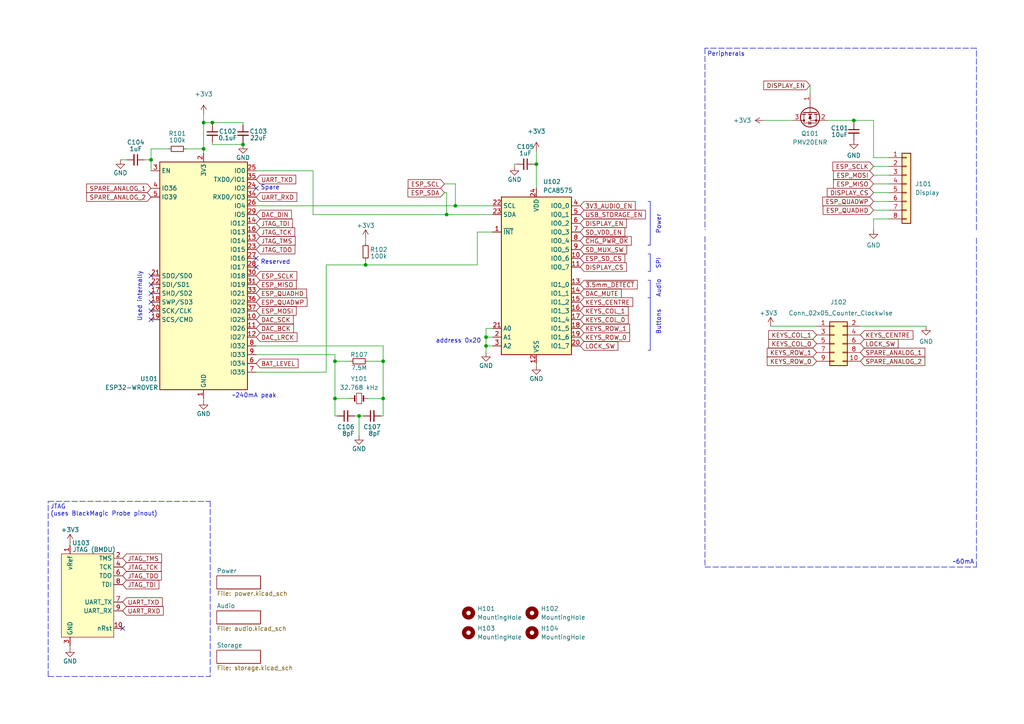
<source format=kicad_sch>
(kicad_sch (version 20211123) (generator eeschema)
  (paper "A4")
  (title_block (date "2022-09-04") (rev "1"))
  (lib_symbols
    (symbol "Connector_Generic:Conn_01x08" (pin_names (offset 1.016) hide)
      (property "Reference" "J" (at 0 10.16 0))
      (property "Value" "Conn_01x08" (at 0 -12.7 0))
      (symbol "Conn_01x08_1_1"
        (rectangle (start -1.27 -10.033) (end 0 -10.287) (stroke (width 0.1524)))
        (rectangle (start -1.27 -7.493) (end 0 -7.747) (stroke (width 0.1524)))
        (rectangle (start -1.27 -4.953) (end 0 -5.207) (stroke (width 0.1524)))
        (rectangle (start -1.27 -2.413) (end 0 -2.667) (stroke (width 0.1524)))
        (rectangle (start -1.27 0.127) (end 0 -0.127) (stroke (width 0.1524)))
        (rectangle (start -1.27 2.667) (end 0 2.413) (stroke (width 0.1524)))
        (rectangle (start -1.27 5.207) (end 0 4.953) (stroke (width 0.1524)))
        (rectangle (start -1.27 7.747) (end 0 7.493) (stroke (width 0.1524)))
        (rectangle (start -1.27 8.89) (end 1.27 -11.43) (stroke (width 0.254)) (fill (type background)))
        (pin passive line (at -5.08 7.62 0) (length 3.81) (name "Pin_1") (number "1"))
        (pin passive line (at -5.08 5.08 0) (length 3.81) (name "Pin_2") (number "2"))
        (pin passive line (at -5.08 2.54 0) (length 3.81) (name "Pin_3") (number "3"))
        (pin passive line (at -5.08 0 0) (length 3.81) (name "Pin_4") (number "4"))
        (pin passive line (at -5.08 -2.54 0) (length 3.81) (name "Pin_5") (number "5"))
        (pin passive line (at -5.08 -5.08 0) (length 3.81) (name "Pin_6") (number "6"))
        (pin passive line (at -5.08 -7.62 0) (length 3.81) (name "Pin_7") (number "7"))
        (pin passive line (at -5.08 -10.16 0) (length 3.81) (name "Pin_8") (number "8"))
      )
    )
    (symbol "Connector_Generic:Conn_02x05_Odd_Even" (pin_names (offset 1.016) hide)
      (property "Reference" "J" (at 1.27 7.62 0))
      (property "Value" "Conn_02x05_Odd_Even" (at 1.27 -7.62 0))
      (symbol "Conn_02x05_Odd_Even_1_1"
        (rectangle (start -1.27 -4.953) (end 0 -5.207) (stroke (width 0.1524)))
        (rectangle (start -1.27 -2.413) (end 0 -2.667) (stroke (width 0.1524)))
        (rectangle (start -1.27 0.127) (end 0 -0.127) (stroke (width 0.1524)))
        (rectangle (start -1.27 2.667) (end 0 2.413) (stroke (width 0.1524)))
        (rectangle (start -1.27 5.207) (end 0 4.953) (stroke (width 0.1524)))
        (rectangle (start -1.27 6.35) (end 3.81 -6.35) (stroke (width 0.254)) (fill (type background)))
        (rectangle (start 3.81 -4.953) (end 2.54 -5.207) (stroke (width 0.1524)))
        (rectangle (start 3.81 -2.413) (end 2.54 -2.667) (stroke (width 0.1524)))
        (rectangle (start 3.81 0.127) (end 2.54 -0.127) (stroke (width 0.1524)))
        (rectangle (start 3.81 2.667) (end 2.54 2.413) (stroke (width 0.1524)))
        (rectangle (start 3.81 5.207) (end 2.54 4.953) (stroke (width 0.1524)))
        (pin passive line (at -5.08 5.08 0) (length 3.81) (name "Pin_1") (number "1"))
        (pin passive line (at 7.62 -5.08 180) (length 3.81) (name "Pin_10") (number "10"))
        (pin passive line (at 7.62 5.08 180) (length 3.81) (name "Pin_2") (number "2"))
        (pin passive line (at -5.08 2.54 0) (length 3.81) (name "Pin_3") (number "3"))
        (pin passive line (at 7.62 2.54 180) (length 3.81) (name "Pin_4") (number "4"))
        (pin passive line (at -5.08 0 0) (length 3.81) (name "Pin_5") (number "5"))
        (pin passive line (at 7.62 0 180) (length 3.81) (name "Pin_6") (number "6"))
        (pin passive line (at -5.08 -2.54 0) (length 3.81) (name "Pin_7") (number "7"))
        (pin passive line (at 7.62 -2.54 180) (length 3.81) (name "Pin_8") (number "8"))
        (pin passive line (at -5.08 -5.08 0) (length 3.81) (name "Pin_9") (number "9"))
      )
    )
    (symbol "Device:C_Small" (pin_numbers hide) (pin_names (offset 0.254) hide)
      (property "Reference" "C" (at 0.254 1.778 0))
      (property "Value" "C_Small" (at 0.254 -2.032 0))
      (symbol "C_Small_0_1"
        (polyline (pts (xy -1.524 -0.508) (xy 1.524 -0.508)) (stroke (width 0.3302)))
        (polyline (pts (xy -1.524 0.508) (xy 1.524 0.508)) (stroke (width 0.3048)))
      )
      (symbol "C_Small_1_1"
        (pin passive line (at 0 2.54 270) (length 2.032) (name "~") (number "1"))
        (pin passive line (at 0 -2.54 90) (length 2.032) (name "~") (number "2"))
      )
    )
    (symbol "Device:Crystal_Small" (pin_numbers hide) (pin_names (offset 1.016) hide)
      (property "Reference" "Y" (at 0 2.54 0))
      (property "Value" "Crystal_Small" (at 0 -2.54 0))
      (symbol "Crystal_Small_0_1"
        (rectangle (start -0.762 -1.524) (end 0.762 1.524))
        (polyline (pts (xy -1.27 -0.762) (xy -1.27 0.762)) (stroke (width 0.381)))
        (polyline (pts (xy 1.27 -0.762) (xy 1.27 0.762)) (stroke (width 0.381)))
      )
      (symbol "Crystal_Small_1_1"
        (pin passive line (at -2.54 0 0) (length 1.27) (name "1") (number "1"))
        (pin passive line (at 2.54 0 180) (length 1.27) (name "2") (number "2"))
      )
    )
    (symbol "Device:R_Small" (pin_numbers hide) (pin_names (offset 0.254) hide)
      (property "Reference" "R" (at 0.762 0.508 0))
      (property "Value" "R_Small" (at 0.762 -1.016 0))
      (symbol "R_Small_0_1"
        (rectangle (start -0.762 1.778) (end 0.762 -1.778) (stroke (width 0.2032)))
      )
      (symbol "R_Small_1_1"
        (pin passive line (at 0 2.54 270) (length 0.762) (name "~") (number "1"))
        (pin passive line (at 0 -2.54 90) (length 0.762) (name "~") (number "2"))
      )
    )
    (symbol "Interface_Expansion:PCA9555D"
      (property "Reference" "U" (at -8.89 24.13 0))
      (property "Value" "PCA9555D" (at 6.35 24.13 0))
      (symbol "PCA9555D_0_1"
        (rectangle (start -10.16 22.86) (end 10.16 -22.86) (stroke (width 0.254)) (fill (type background)))
      )
      (symbol "PCA9555D_1_1"
        (pin open_collector line (at -12.7 12.7 0) (length 2.54) (name "~{INT}") (number "1"))
        (pin bidirectional line (at 12.7 5.08 180) (length 2.54) (name "IO0_6") (number "10"))
        (pin bidirectional line (at 12.7 2.54 180) (length 2.54) (name "IO0_7") (number "11"))
        (pin power_in line (at 0 -25.4 90) (length 2.54) (name "VSS") (number "12"))
        (pin bidirectional line (at 12.7 -2.54 180) (length 2.54) (name "IO1_0") (number "13"))
        (pin bidirectional line (at 12.7 -5.08 180) (length 2.54) (name "IO1_1") (number "14"))
        (pin bidirectional line (at 12.7 -7.62 180) (length 2.54) (name "IO1_2") (number "15"))
        (pin bidirectional line (at 12.7 -10.16 180) (length 2.54) (name "IO1_3") (number "16"))
        (pin bidirectional line (at 12.7 -12.7 180) (length 2.54) (name "IO1_4") (number "17"))
        (pin bidirectional line (at 12.7 -15.24 180) (length 2.54) (name "IO1_5") (number "18"))
        (pin bidirectional line (at 12.7 -17.78 180) (length 2.54) (name "IO1_6") (number "19"))
        (pin input line (at -12.7 -17.78 0) (length 2.54) (name "A1") (number "2"))
        (pin bidirectional line (at 12.7 -20.32 180) (length 2.54) (name "IO1_7") (number "20"))
        (pin input line (at -12.7 -15.24 0) (length 2.54) (name "A0") (number "21"))
        (pin input line (at -12.7 20.32 0) (length 2.54) (name "SCL") (number "22"))
        (pin bidirectional line (at -12.7 17.78 0) (length 2.54) (name "SDA") (number "23"))
        (pin power_in line (at 0 25.4 270) (length 2.54) (name "VDD") (number "24"))
        (pin input line (at -12.7 -20.32 0) (length 2.54) (name "A2") (number "3"))
        (pin bidirectional line (at 12.7 20.32 180) (length 2.54) (name "IO0_0") (number "4"))
        (pin bidirectional line (at 12.7 17.78 180) (length 2.54) (name "IO0_1") (number "5"))
        (pin bidirectional line (at 12.7 15.24 180) (length 2.54) (name "IO0_2") (number "6"))
        (pin bidirectional line (at 12.7 12.7 180) (length 2.54) (name "IO0_3") (number "7"))
        (pin bidirectional line (at 12.7 10.16 180) (length 2.54) (name "IO0_4") (number "8"))
        (pin bidirectional line (at 12.7 7.62 180) (length 2.54) (name "IO0_5") (number "9"))
      )
    )
    (symbol "Mechanical:MountingHole" (pin_names (offset 1.016))
      (property "Reference" "H" (at 0 5.08 0))
      (property "Value" "MountingHole" (at 0 3.175 0))
      (symbol "MountingHole_0_1"
        (circle (center 0 0) (radius 1.27) (stroke (width 1.27)))
      )
    )
    (symbol "RF_Module:ESP32-WROOM-32U"
      (property "Reference" "U101" (at -18.415 -29.845 0))
      (property "Value" "ESP32-WROOM-32UE" (at -34.29 -32.385 0))
      (symbol "ESP32-WROOM-32U_0_1"
        (rectangle (start -12.7 33.02) (end 12.7 -33.02) (stroke (width 0.254)) (fill (type background)))
      )
      (symbol "ESP32-WROOM-32U_1_1"
        (pin power_in line (at 0 -35.56 90) (length 2.54) (name "GND") (number "1"))
        (pin bidirectional line (at 15.24 -12.7 180) (length 2.54) (name "IO25") (number "10"))
        (pin bidirectional line (at 15.24 -15.24 180) (length 2.54) (name "IO26") (number "11"))
        (pin bidirectional line (at 15.24 -17.78 180) (length 2.54) (name "IO27") (number "12"))
        (pin bidirectional line (at 15.24 10.16 180) (length 2.54) (name "IO14") (number "13"))
        (pin bidirectional line (at 15.24 15.24 180) (length 2.54) (name "IO12") (number "14"))
        (pin passive line (at 0 -35.56 90) (length 2.54) hide (name "GND") (number "15"))
        (pin bidirectional line (at 15.24 12.7 180) (length 2.54) (name "IO13") (number "16"))
        (pin bidirectional line (at -15.24 -5.08 0) (length 2.54) (name "SHD/SD2") (number "17"))
        (pin bidirectional line (at -15.24 -7.62 0) (length 2.54) (name "SWP/SD3") (number "18"))
        (pin bidirectional line (at -15.24 -12.7 0) (length 2.54) (name "SCS/CMD") (number "19"))
        (pin power_in line (at 0 35.56 270) (length 2.54) (name "3V3") (number "2"))
        (pin bidirectional line (at -15.24 -10.16 0) (length 2.54) (name "SCK/CLK") (number "20"))
        (pin bidirectional line (at -15.24 0 0) (length 2.54) (name "SDO/SD0") (number "21"))
        (pin bidirectional line (at -15.24 -2.54 0) (length 2.54) (name "SDI/SD1") (number "22"))
        (pin bidirectional line (at 15.24 7.62 180) (length 2.54) (name "IO15") (number "23"))
        (pin bidirectional line (at 15.24 25.4 180) (length 2.54) (name "IO2") (number "24"))
        (pin bidirectional line (at 15.24 30.48 180) (length 2.54) (name "IO0") (number "25"))
        (pin bidirectional line (at 15.24 20.32 180) (length 2.54) (name "IO4") (number "26"))
        (pin bidirectional line (at 15.24 5.08 180) (length 2.54) (name "IO16") (number "27"))
        (pin bidirectional line (at 15.24 2.54 180) (length 2.54) (name "IO17") (number "28"))
        (pin bidirectional line (at 15.24 17.78 180) (length 2.54) (name "IO5") (number "29"))
        (pin input line (at -15.24 30.48 0) (length 2.54) (name "EN") (number "3"))
        (pin bidirectional line (at 15.24 0 180) (length 2.54) (name "IO18") (number "30"))
        (pin bidirectional line (at 15.24 -2.54 180) (length 2.54) (name "IO19") (number "31"))
        (pin no_connect line (at -12.7 -27.94 0) (length 2.54) hide (name "NC") (number "32"))
        (pin bidirectional line (at 15.24 -5.08 180) (length 2.54) (name "IO21") (number "33"))
        (pin bidirectional line (at 15.24 22.86 180) (length 2.54) (name "RXD0/IO3") (number "34"))
        (pin bidirectional line (at 15.24 27.94 180) (length 2.54) (name "TXD0/IO1") (number "35"))
        (pin bidirectional line (at 15.24 -7.62 180) (length 2.54) (name "IO22") (number "36"))
        (pin bidirectional line (at 15.24 -10.16 180) (length 2.54) (name "IO23") (number "37"))
        (pin passive line (at 0 -35.56 90) (length 2.54) hide (name "GND") (number "38"))
        (pin passive line (at 0 -35.56 90) (length 2.54) hide (name "GND") (number "39"))
        (pin input line (at -15.24 25.4 0) (length 2.54) (name "IO36") (number "4"))
        (pin input line (at -15.24 22.86 0) (length 2.54) (name "IO39") (number "5"))
        (pin input line (at 15.24 -25.4 180) (length 2.54) (name "IO34") (number "6"))
        (pin input line (at 15.24 -27.94 180) (length 2.54) (name "IO35") (number "7"))
        (pin bidirectional line (at 15.24 -20.32 180) (length 2.54) (name "IO32") (number "8"))
        (pin bidirectional line (at 15.24 -22.86 180) (length 2.54) (name "IO33") (number "9"))
      )
    )
    (symbol "Transistor_FET:2N7002" (pin_names hide)
      (property "Reference" "Q" (at 5.08 1.905 0))
      (property "Value" "2N7002" (at 5.08 0 0))
      (symbol "2N7002_0_1"
        (polyline (pts (xy 0.254 0) (xy -2.54 0)))
        (polyline (pts (xy 0.254 1.905) (xy 0.254 -1.905)) (stroke (width 0.254)))
        (polyline (pts (xy 0.762 -1.27) (xy 0.762 -2.286)) (stroke (width 0.254)))
        (polyline (pts (xy 0.762 0.508) (xy 0.762 -0.508)) (stroke (width 0.254)))
        (polyline (pts (xy 0.762 2.286) (xy 0.762 1.27)) (stroke (width 0.254)))
        (polyline (pts (xy 2.54 2.54) (xy 2.54 1.778)))
        (polyline (pts (xy 2.54 -2.54) (xy 2.54 0) (xy 0.762 0)))
        (polyline (pts (xy 0.762 -1.778) (xy 3.302 -1.778) (xy 3.302 1.778) (xy 0.762 1.778)))
        (polyline (pts (xy 1.016 0) (xy 2.032 0.381) (xy 2.032 -0.381) (xy 1.016 0)) (fill (type outline)))
        (polyline (pts (xy 2.794 0.508) (xy 2.921 0.381) (xy 3.683 0.381) (xy 3.81 0.254)))
        (polyline (pts (xy 3.302 0.381) (xy 2.921 -0.254) (xy 3.683 -0.254) (xy 3.302 0.381)))
        (circle (center 1.651 0) (radius 2.794) (stroke (width 0.254)))
        (circle (center 2.54 -1.778) (radius 0.254) (fill (type outline)))
        (circle (center 2.54 1.778) (radius 0.254) (fill (type outline)))
      )
      (symbol "2N7002_1_1"
        (pin input line (at -5.08 0 0) (length 2.54) (name "G") (number "1"))
        (pin passive line (at 2.54 -5.08 90) (length 2.54) (name "S") (number "2"))
        (pin passive line (at 2.54 5.08 270) (length 2.54) (name "D") (number "3"))
      )
    )
    (symbol "power:+3V3" (power) (pin_names (offset 0))
      (property "Value" "+3V3" (at 0 3.556 0))
      (symbol "+3V3_0_1"
        (polyline (pts (xy -0.762 1.27) (xy 0 2.54)))
        (polyline (pts (xy 0 0) (xy 0 2.54)))
        (polyline (pts (xy 0 2.54) (xy 0.762 1.27)))
      )
      (symbol "+3V3_1_1"
        (pin power_in line (at 0 0 90) (length 0) hide (name "+3V3") (number "1"))
      )
    )
    (symbol "power:GND" (power) (pin_names (offset 0))
      (property "Value" "GND" (at 0 -3.81 0))
      (symbol "GND_0_1"
        (polyline (pts (xy 0 0) (xy 0 -1.27) (xy 1.27 -1.27) (xy 0 -2.54) (xy -1.27 -1.27) (xy 0 -1.27)))
      )
      (symbol "GND_1_1"
        (pin power_in line (at 0 0 270) (length 0) hide (name "GND") (number "1"))
      )
    )
    (symbol "symbols:BMDU"
      (property "Reference" "U" (at -5.08 6.35 0))
      (property "Value" "BMDU" (at -5.08 6.35 0))
      (symbol "BMDU_0_0"
        (pin unspecified line (at -5.08 20.32 270) (length 2.54) (name "vRef") (number "1"))
        (pin unspecified line (at 10.16 -3.81 180) (length 2.54) (name "nRst") (number "10"))
        (pin unspecified line (at 10.16 16.51 180) (length 2.54) (name "TMS") (number "2"))
        (pin unspecified line (at -5.08 -8.89 90) (length 2.54) (name "GND") (number "3"))
        (pin unspecified line (at 10.16 13.97 180) (length 2.54) (name "TCK") (number "4"))
        (pin unspecified line (at -5.08 -8.89 90) (length 2.54) hide (name "GND") (number "5"))
        (pin unspecified line (at 10.16 11.43 180) (length 2.54) (name "TDO") (number "6"))
        (pin unspecified line (at 10.16 3.81 180) (length 2.54) (name "UART_TX") (number "7"))
        (pin unspecified line (at 10.16 8.89 180) (length 2.54) (name "TDI") (number "8"))
        (pin unspecified line (at 10.16 1.27 180) (length 2.54) (name "UART_RX") (number "9"))
      )
      (symbol "BMDU_0_1"
        (rectangle (start -7.62 17.78) (end 7.62 -6.35) (fill (type background)))
      )
    )
  )
  (junction (at 97.155 104.775))
  (junction (at 106.045 76.835))
  (junction (at 132.08 59.69))
  (junction (at 140.97 100.33))
  (junction (at 104.14 120.65))
  (junction (at 70.485 41.91))
  (junction (at 129.54 62.23))
  (junction (at 43.815 46.355))
  (junction (at 140.97 97.79))
  (junction (at 61.595 35.56))
  (junction (at 111.125 104.775))
  (junction (at 59.055 35.56))
  (junction (at 111.125 115.57))
  (junction (at 97.155 115.57))
  (junction (at 155.575 47.625))
  (junction (at 59.055 43.18))
  (junction (at 247.65 34.925))
  (no_connect (at 43.815 80.01))
  (no_connect (at 43.815 82.55))
  (no_connect (at 43.815 85.09))
  (no_connect (at 43.815 87.63))
  (no_connect (at 43.815 90.17))
  (no_connect (at 43.815 92.71))
  (no_connect (at 74.295 54.61))
  (no_connect (at 74.295 74.93))
  (no_connect (at 74.295 77.47))
  (no_connect (at 35.56 182.245))
  (wire (pts (xy 142.875 97.79) (xy 140.97 97.79)))
  (wire (pts (xy 97.155 115.57) (xy 101.6 115.57)))
  (wire (pts (xy 149.86 47.625) (xy 149.225 47.625)))
  (wire (pts (xy 111.125 104.775) (xy 111.125 115.57)))
  (wire (pts (xy 138.43 76.835) (xy 106.045 76.835)))
  (wire (pts (xy 249.555 94.615) (xy 268.605 94.615)))
  (wire (pts (xy 140.97 95.25) (xy 140.97 97.79)))
  (wire (pts (xy 253.365 48.26) (xy 257.81 48.26)))
  (polyline (pts (xy 187.96 71.12) (xy 188.595 71.12)) (stroke (width 0) (type solid)))
  (wire (pts (xy 97.155 115.57) (xy 97.155 120.65)))
  (polyline (pts (xy 204.47 68.58) (xy 204.47 164.465)))
  (polyline (pts (xy 187.96 81.28) (xy 188.595 81.28)) (stroke (width 0) (type solid)))
  (wire (pts (xy 253.365 63.5) (xy 253.365 66.675)))
  (polyline (pts (xy 283.21 66.675) (xy 283.21 13.97)))
  (wire (pts (xy 74.295 100.33) (xy 111.125 100.33)))
  (wire (pts (xy 61.595 41.275) (xy 61.595 41.91)))
  (polyline (pts (xy 188.595 73.66) (xy 188.595 78.74)) (stroke (width 0) (type solid)))
  (wire (pts (xy 74.295 102.87) (xy 97.155 102.87)))
  (wire (pts (xy 59.055 35.56) (xy 59.055 43.18)))
  (wire (pts (xy 53.975 43.18) (xy 59.055 43.18)))
  (wire (pts (xy 128.905 53.34) (xy 132.08 53.34)))
  (polyline (pts (xy 188.595 58.42) (xy 188.595 71.12)) (stroke (width 0) (type solid)))
  (wire (pts (xy 253.365 58.42) (xy 257.81 58.42)))
  (wire (pts (xy 253.365 34.925) (xy 253.365 45.72)))
  (wire (pts (xy 104.14 120.65) (xy 104.14 126.365)))
  (wire (pts (xy 41.91 46.355) (xy 43.815 46.355)))
  (wire (pts (xy 59.055 116.205) (xy 59.055 115.57)))
  (polyline (pts (xy 204.47 164.465) (xy 283.21 164.465)))
  (wire (pts (xy 43.815 43.18) (xy 43.815 46.355)))
  (wire (pts (xy 61.595 35.56) (xy 70.485 35.56)))
  (wire (pts (xy 234.95 24.765) (xy 234.95 27.305)))
  (wire (pts (xy 20.32 157.48) (xy 20.32 158.115)))
  (wire (pts (xy 155.575 106.045) (xy 155.575 105.41)))
  (polyline (pts (xy 283.21 164.465) (xy 283.21 68.58)))
  (polyline (pts (xy 13.97 196.215) (xy 13.97 145.415)))
  (wire (pts (xy 111.125 100.33) (xy 111.125 104.775)))
  (wire (pts (xy 155.575 43.815) (xy 155.575 47.625)))
  (wire (pts (xy 70.485 36.195) (xy 70.485 35.56)))
  (wire (pts (xy 102.87 120.65) (xy 104.14 120.65)))
  (wire (pts (xy 138.43 67.31) (xy 142.875 67.31)))
  (wire (pts (xy 97.155 104.775) (xy 101.6 104.775)))
  (wire (pts (xy 97.155 104.775) (xy 97.155 115.57)))
  (wire (pts (xy 132.08 59.69) (xy 142.875 59.69)))
  (wire (pts (xy 111.125 115.57) (xy 111.125 120.65)))
  (wire (pts (xy 90.805 49.53) (xy 90.805 62.23)))
  (polyline (pts (xy 283.21 13.97) (xy 204.47 13.97)))
  (wire (pts (xy 138.43 67.31) (xy 138.43 76.835)))
  (wire (pts (xy 257.81 63.5) (xy 253.365 63.5)))
  (wire (pts (xy 34.925 46.355) (xy 36.83 46.355)))
  (wire (pts (xy 74.295 59.69) (xy 132.08 59.69)))
  (polyline (pts (xy 187.96 86.36) (xy 188.595 86.36)) (stroke (width 0) (type solid)))
  (polyline (pts (xy 188.595 86.36) (xy 188.595 101.6)) (stroke (width 0) (type solid)))
  (wire (pts (xy 59.055 33.02) (xy 59.055 35.56)))
  (wire (pts (xy 97.155 102.87) (xy 97.155 104.775)))
  (wire (pts (xy 59.055 35.56) (xy 61.595 35.56)))
  (wire (pts (xy 61.595 41.91) (xy 70.485 41.91)))
  (wire (pts (xy 221.615 34.925) (xy 229.87 34.925)))
  (polyline (pts (xy 187.96 86.36) (xy 188.595 86.36)) (stroke (width 0) (type solid)))
  (wire (pts (xy 140.97 97.79) (xy 140.97 100.33)))
  (wire (pts (xy 253.365 60.96) (xy 257.81 60.96)))
  (wire (pts (xy 59.055 43.18) (xy 59.055 44.45)))
  (wire (pts (xy 129.54 55.88) (xy 129.54 62.23)))
  (polyline (pts (xy 187.96 101.6) (xy 188.595 101.6)) (stroke (width 0) (type solid)))
  (wire (pts (xy 223.52 94.615) (xy 236.855 94.615)))
  (wire (pts (xy 74.295 107.95) (xy 94.615 107.95)))
  (polyline (pts (xy 187.96 73.66) (xy 188.595 73.66)))
  (wire (pts (xy 253.365 53.34) (xy 257.81 53.34)))
  (polyline (pts (xy 187.96 71.12) (xy 188.595 71.12)) (stroke (width 0) (type solid)))
  (wire (pts (xy 253.365 50.8) (xy 257.81 50.8)))
  (wire (pts (xy 43.815 46.355) (xy 43.815 49.53)))
  (wire (pts (xy 106.045 70.485) (xy 106.045 69.215)))
  (wire (pts (xy 48.895 43.18) (xy 43.815 43.18)))
  (polyline (pts (xy 204.47 13.97) (xy 204.47 66.675)))
  (wire (pts (xy 253.365 55.88) (xy 257.81 55.88)))
  (wire (pts (xy 247.65 35.56) (xy 247.65 34.925)))
  (wire (pts (xy 149.225 47.625) (xy 149.225 48.26)))
  (wire (pts (xy 106.68 104.775) (xy 111.125 104.775)))
  (polyline (pts (xy 13.97 145.415) (xy 60.96 145.415)))
  (wire (pts (xy 154.94 47.625) (xy 155.575 47.625)))
  (wire (pts (xy 142.875 100.33) (xy 140.97 100.33)))
  (wire (pts (xy 155.575 47.625) (xy 155.575 54.61)))
  (wire (pts (xy 110.49 120.65) (xy 111.125 120.65)))
  (wire (pts (xy 104.14 120.65) (xy 105.41 120.65)))
  (wire (pts (xy 132.08 53.34) (xy 132.08 59.69)))
  (wire (pts (xy 129.54 62.23) (xy 142.875 62.23)))
  (wire (pts (xy 247.65 34.925) (xy 253.365 34.925)))
  (polyline (pts (xy 187.96 78.74) (xy 188.595 78.74)))
  (wire (pts (xy 240.03 34.925) (xy 247.65 34.925)))
  (wire (pts (xy 253.365 45.72) (xy 257.81 45.72)))
  (polyline (pts (xy 187.96 86.36) (xy 188.595 86.36)))
  (wire (pts (xy 61.595 35.56) (xy 61.595 36.195)))
  (wire (pts (xy 128.905 55.88) (xy 129.54 55.88)))
  (wire (pts (xy 70.485 41.91) (xy 70.485 41.275)))
  (wire (pts (xy 94.615 76.835) (xy 94.615 107.95)))
  (wire (pts (xy 140.97 100.33) (xy 140.97 102.235)))
  (wire (pts (xy 97.79 120.65) (xy 97.155 120.65)))
  (polyline (pts (xy 13.97 196.215) (xy 60.96 196.215)))
  (wire (pts (xy 90.805 62.23) (xy 129.54 62.23)))
  (wire (pts (xy 20.32 187.325) (xy 20.32 187.96)))
  (wire (pts (xy 106.045 75.565) (xy 106.045 76.835)))
  (polyline (pts (xy 188.595 81.28) (xy 188.595 86.36)) (stroke (width 0) (type solid)))
  (polyline (pts (xy 60.96 145.415) (xy 60.96 196.215)))
  (wire (pts (xy 106.045 76.835) (xy 94.615 76.835)))
  (wire (pts (xy 74.295 49.53) (xy 90.805 49.53)))
  (wire (pts (xy 106.68 115.57) (xy 111.125 115.57)))
  (polyline (pts (xy 187.96 58.42) (xy 188.595 58.42)) (stroke (width 0) (type solid)))
  (wire (pts (xy 142.875 95.25) (xy 140.97 95.25)))
  (text "Spare" (at 75.565 55.245 0) (effects (font (size 1.27 1.27)) (justify left bottom)))
  (text "Audio" (at 191.77 86.36 90) (effects (font (size 1.27 1.27)) (justify left bottom)))
  (text "Buttons" (at 191.77 97.155 90) (effects (font (size 1.27 1.27)) (justify left bottom)))
  (text "~240mA peak" (at 67.31 115.57 0) (effects (font (size 1.27 1.27)) (justify left bottom)))
  (text "Power" (at 191.77 67.945 90) (effects (font (size 1.27 1.27)) (justify left bottom)))
  (text "Used internally" (at 41.275 93.345 90) (effects (font (size 1.27 1.27)) (justify left bottom)))
  (text "address 0x20" (at 126.365 99.695 0) (effects (font (size 1.27 1.27)) (justify left bottom)))
  (text "JTAG\n(uses BlackMagic Probe pinout)" (at 14.605 149.86 0) (effects (font (size 1.27 1.27)) (justify left bottom)))
  (text "~60mA" (at 282.575 163.83 180) (effects (font (size 1.27 1.27)) (justify right bottom)))
  (text "SPI" (at 191.77 78.105 90) (effects (font (size 1.27 1.27)) (justify left bottom)))
  (text "Peripherals" (at 205.105 16.51 0) (effects (font (size 1.27 1.27)) (justify left bottom)))
  (text "Reserved" (at 75.565 76.835 0) (effects (font (size 1.27 1.27)) (justify left bottom)))
  (global_label "DISPLAY_CS" (shape input) (at 168.275 77.47 0) (property "Intersheet References" "${INTERSHEET_REFS}" (effects hide)))
  (global_label "UART_TXD" (shape input) (at 74.295 52.07 0) (property "Intersheet References" "${INTERSHEET_REFS}" (effects hide)))
  (global_label "KEYS_COL_0" (shape input) (at 236.855 99.695 180) (property "Intersheet References" "${INTERSHEET_REFS}" (effects hide)))
  (global_label "JTAG_TDI" (shape input) (at 35.56 169.545 0) (property "Intersheet References" "${INTERSHEET_REFS}" (effects hide)))
  (global_label "KEYS_COL_1" (shape input) (at 168.275 90.17 0) (property "Intersheet References" "${INTERSHEET_REFS}" (effects hide)))
  (global_label "JTAG_TCK" (shape input) (at 35.56 164.465 0) (property "Intersheet References" "${INTERSHEET_REFS}" (effects hide)))
  (global_label "JTAG_TDO" (shape input) (at 35.56 167.005 0) (property "Intersheet References" "${INTERSHEET_REFS}" (effects hide)))
  (global_label "KEYS_CENTRE" (shape input) (at 249.555 97.155 0) (property "Intersheet References" "${INTERSHEET_REFS}" (effects hide)))
  (global_label "KEYS_ROW_1" (shape input) (at 236.855 102.235 180) (property "Intersheet References" "${INTERSHEET_REFS}" (effects hide)))
  (global_label "DAC_LRCK" (shape input) (at 74.295 97.79 0) (property "Intersheet References" "${INTERSHEET_REFS}" (effects hide)))
  (global_label "BAT_LEVEL" (shape input) (at 74.295 105.41 0) (property "Intersheet References" "${INTERSHEET_REFS}" (effects hide)))
  (global_label "UART_RXD" (shape input) (at 74.295 57.15 0) (property "Intersheet References" "${INTERSHEET_REFS}" (effects hide)))
  (global_label "KEYS_COL_1" (shape input) (at 236.855 97.155 180) (property "Intersheet References" "${INTERSHEET_REFS}" (effects hide)))
  (global_label "~{CHG_PWR_OK}" (shape input) (at 168.275 69.85 0) (property "Intersheet References" "${INTERSHEET_REFS}" (effects hide)))
  (global_label "ESP_MOSI" (shape input) (at 74.295 90.17 0) (property "Intersheet References" "${INTERSHEET_REFS}" (effects hide)))
  (global_label "DAC_BCK" (shape input) (at 74.295 95.25 0) (property "Intersheet References" "${INTERSHEET_REFS}" (effects hide)))
  (global_label "DISPLAY_EN" (shape input) (at 168.275 64.77 0) (property "Intersheet References" "${INTERSHEET_REFS}" (effects hide)))
  (global_label "LOCK_SW" (shape input) (at 168.275 100.33 0) (property "Intersheet References" "${INTERSHEET_REFS}" (effects hide)))
  (global_label "SPARE_ANALOG_1" (shape input) (at 43.815 54.61 180) (property "Intersheet References" "${INTERSHEET_REFS}" (effects hide)))
  (global_label "KEYS_CENTRE" (shape input) (at 168.275 87.63 0) (property "Intersheet References" "${INTERSHEET_REFS}" (effects hide)))
  (global_label "KEYS_ROW_0" (shape input) (at 236.855 104.775 180) (property "Intersheet References" "${INTERSHEET_REFS}" (effects hide)))
  (global_label "SD_VDD_EN" (shape input) (at 168.275 67.31 0) (property "Intersheet References" "${INTERSHEET_REFS}" (effects hide)))
  (global_label "ESP_QUADHD" (shape input) (at 74.295 85.09 0) (property "Intersheet References" "${INTERSHEET_REFS}" (effects hide)))
  (global_label "ESP_QUADHD" (shape input) (at 253.365 60.96 180) (property "Intersheet References" "${INTERSHEET_REFS}" (effects hide)))
  (global_label "3V3_AUDIO_EN" (shape input) (at 168.275 59.69 0) (property "Intersheet References" "${INTERSHEET_REFS}" (effects hide)))
  (global_label "JTAG_TCK" (shape input) (at 74.295 67.31 0) (property "Intersheet References" "${INTERSHEET_REFS}" (effects hide)))
  (global_label "DAC_MUTE" (shape input) (at 168.275 85.09 0) (property "Intersheet References" "${INTERSHEET_REFS}" (effects hide)))
  (global_label "JTAG_TDO" (shape input) (at 74.295 72.39 0) (property "Intersheet References" "${INTERSHEET_REFS}" (effects hide)))
  (global_label "SPARE_ANALOG_1" (shape input) (at 249.555 102.235 0) (property "Intersheet References" "${INTERSHEET_REFS}" (effects hide)))
  (global_label "USB_STORAGE_EN" (shape input) (at 168.275 62.23 0) (property "Intersheet References" "${INTERSHEET_REFS}" (effects hide)))
  (global_label "DISPLAY_EN" (shape input) (at 234.95 24.765 180) (property "Intersheet References" "${INTERSHEET_REFS}" (effects hide)))
  (global_label "ESP_QUADWP" (shape input) (at 253.365 58.42 180) (property "Intersheet References" "${INTERSHEET_REFS}" (effects hide)))
  (global_label "KEYS_ROW_1" (shape input) (at 168.275 95.25 0) (property "Intersheet References" "${INTERSHEET_REFS}" (effects hide)))
  (global_label "ESP_MISO" (shape input) (at 74.295 82.55 0) (property "Intersheet References" "${INTERSHEET_REFS}" (effects hide)))
  (global_label "~{3.5mm_DETECT}" (shape input) (at 168.275 82.55 0) (property "Intersheet References" "${INTERSHEET_REFS}" (effects hide)))
  (global_label "ESP_MOSI" (shape input) (at 253.365 50.8 180) (property "Intersheet References" "${INTERSHEET_REFS}" (effects hide)))
  (global_label "DAC_SCK" (shape input) (at 74.295 92.71 0) (property "Intersheet References" "${INTERSHEET_REFS}" (effects hide)))
  (global_label "ESP_MISO" (shape input) (at 253.365 53.34 180) (property "Intersheet References" "${INTERSHEET_REFS}" (effects hide)))
  (global_label "UART_TXD" (shape input) (at 35.56 174.625 0) (property "Intersheet References" "${INTERSHEET_REFS}" (effects hide)))
  (global_label "LOCK_SW" (shape input) (at 249.555 99.695 0) (property "Intersheet References" "${INTERSHEET_REFS}" (effects hide)))
  (global_label "SPARE_ANALOG_2" (shape input) (at 249.555 104.775 0) (property "Intersheet References" "${INTERSHEET_REFS}" (effects hide)))
  (global_label "JTAG_TDI" (shape input) (at 74.295 64.77 0) (property "Intersheet References" "${INTERSHEET_REFS}" (effects hide)))
  (global_label "ESP_SCLK" (shape input) (at 74.295 80.01 0) (property "Intersheet References" "${INTERSHEET_REFS}" (effects hide)))
  (global_label "SD_MUX_SW" (shape input) (at 168.275 72.39 0) (property "Intersheet References" "${INTERSHEET_REFS}" (effects hide)))
  (global_label "KEYS_ROW_0" (shape input) (at 168.275 97.79 0) (property "Intersheet References" "${INTERSHEET_REFS}" (effects hide)))
  (global_label "UART_RXD" (shape input) (at 35.56 177.165 0) (property "Intersheet References" "${INTERSHEET_REFS}" (effects hide)))
  (global_label "ESP_QUADWP" (shape input) (at 74.295 87.63 0) (property "Intersheet References" "${INTERSHEET_REFS}" (effects hide)))
  (global_label "ESP_SCLK" (shape input) (at 253.365 48.26 180) (property "Intersheet References" "${INTERSHEET_REFS}" (effects hide)))
  (global_label "KEYS_COL_0" (shape input) (at 168.275 92.71 0) (property "Intersheet References" "${INTERSHEET_REFS}" (effects hide)))
  (global_label "JTAG_TMS" (shape input) (at 74.295 69.85 0) (property "Intersheet References" "${INTERSHEET_REFS}" (effects hide)))
  (global_label "DISPLAY_CS" (shape input) (at 253.365 55.88 180) (property "Intersheet References" "${INTERSHEET_REFS}" (effects hide)))
  (global_label "SPARE_ANALOG_2" (shape input) (at 43.815 57.15 180) (property "Intersheet References" "${INTERSHEET_REFS}" (effects hide)))
  (global_label "ESP_SDA" (shape input) (at 128.905 55.88 180) (property "Intersheet References" "${INTERSHEET_REFS}" (effects hide)))
  (global_label "ESP_SD_CS" (shape input) (at 168.275 74.93 0) (property "Intersheet References" "${INTERSHEET_REFS}" (effects hide)))
  (global_label "ESP_SCL" (shape input) (at 128.905 53.34 180) (property "Intersheet References" "${INTERSHEET_REFS}" (effects hide)))
  (global_label "DAC_DIN" (shape input) (at 74.295 62.23 0) (property "Intersheet References" "${INTERSHEET_REFS}" (effects hide)))
  (global_label "JTAG_TMS" (shape input) (at 35.56 161.925 0) (property "Intersheet References" "${INTERSHEET_REFS}" (effects hide)))
  (symbol (lib_id "power:GND") (at 59.055 116.205 0) (unit 1)
    (property "Reference" "#PWR0115" (effects hide))
    (property "Value" "GND" (at 59.055 120.015 0))
  )
  (symbol (lib_id "power:+3V3") (at 20.32 157.48 0) (unit 1)
    (property "Reference" "#PWR0117" (effects hide))
    (property "Value" "+3V3" (at 20.32 153.67 0))
  )
  (symbol (lib_id "Device:C_Small") (at 152.4 47.625 270) (unit 1)
    (property "Reference" "C105" (at 152.4 42.545 90))
    (property "Value" "1uF" (at 152.4 44.45 90))
    (property "Footprint" "Capacitor_SMD:C_0805_2012Metric" (effects hide))
    (property "PN" "EMK212BJ105KG-T" (effects hide))
  )
  (symbol (lib_id "Mechanical:MountingHole") (at 135.89 183.515 0) (unit 1) (in_bom no)
    (property "Reference" "H103" (at 138.43 182.2449 0) (effects (justify left)))
    (property "Value" "MountingHole" (at 138.43 184.7849 0) (effects (justify left)))
    (property "Footprint" "MountingHole:MountingHole_2.2mm_M2" (effects hide))
  )
  (symbol (lib_id "Connector_Generic:Conn_02x05_Odd_Even") (at 241.935 99.695 0) (unit 1)
    (property "Reference" "J102" (at 243.205 87.63 0))
    (property "Value" "Conn_02x05_Counter_Clockwise" (at 243.84 90.805 0))
    (property "Footprint" "Connector_PinHeader_1.27mm:PinHeader_2x05_P1.27mm_Vertical_SMD" (effects hide))
    (property "PN" "1156861" (effects hide))
  )
  (symbol (lib_id "RF_Module:ESP32-WROOM-32U") (at 59.055 80.01 0) (unit 1)
    (property "Reference" "U101" (at 40.64 109.855 0) (effects (justify left)))
    (property "Value" "ESP32-WROVER" (at 30.48 112.395 0) (effects (justify left)))
    (property "Footprint" "footprints:ESP32-WROVER" (effects hide))
    (property "Datasheet" "https://www.espressif.com/sites/default/files/documentation/esp32-wroom-32d_esp32-wroom-32u_datasheet_en.pdf" (effects hide))
    (property "PN" "ESP32-WROVER-IE-N16R8" (effects hide))
  )
  (symbol (lib_id "Device:C_Small") (at 107.95 120.65 90) (unit 1)
    (property "Reference" "C107" (at 110.49 123.825 90) (effects (justify left)))
    (property "Value" "8pF" (at 110.49 125.73 90) (effects (justify left)))
    (property "Footprint" "Capacitor_SMD:C_0603_1608Metric" (effects hide))
    (property "PN" "GQM1875C2E8R0CB12D" (effects hide))
  )
  (symbol (lib_id "Device:C_Small") (at 61.595 38.735 0) (unit 1)
    (property "Reference" "C102" (at 66.04 38.1 0))
    (property "Value" "0.1uF" (at 66.04 40.005 0))
    (property "Footprint" "Capacitor_SMD:C_0805_2012Metric" (effects hide))
    (property "PN" "0805YD104KAT2A" (effects hide))
  )
  (symbol (lib_id "power:GND") (at 20.32 187.96 0) (unit 1)
    (property "Reference" "#PWR0118" (effects hide))
    (property "Value" "GND" (at 20.32 191.77 0))
  )
  (symbol (lib_id "Interface_Expansion:PCA9555D") (at 155.575 80.01 0) (unit 1)
    (property "Reference" "U102" (at 157.48 52.705 0) (effects (justify left)))
    (property "Value" "PCA8575" (at 157.48 55.245 0) (effects (justify left)))
    (property "Footprint" "Package_SO:SSOP-24_3.9x8.7mm_P0.635mm" (effects hide))
    (property "Datasheet" "https://www.nxp.com/docs/en/data-sheet/PCA9555.pdf" (effects hide))
    (property "PN" "PCA8575" (effects hide))
  )
  (symbol (lib_id "power:GND") (at 34.925 46.355 0) (unit 1)
    (property "Reference" "#PWR0107" (effects hide))
    (property "Value" "GND" (at 34.925 50.165 0))
  )
  (symbol (lib_id "power:GND") (at 149.225 48.26 0) (unit 1)
    (property "Reference" "#PWR0108" (effects hide))
    (property "Value" "GND" (at 149.225 52.07 0))
  )
  (symbol (lib_id "Device:R_Small") (at 104.14 104.775 90) (unit 1)
    (property "Reference" "R107" (at 104.14 102.87 90))
    (property "Value" "7.5M" (at 104.14 106.68 90))
    (property "Footprint" "Resistor_SMD:R_0603_1608Metric" (effects hide))
    (property "PN" "RC0603FR-077M5L" (effects hide))
  )
  (symbol (lib_id "power:GND") (at 253.365 66.675 0) (unit 1)
    (property "Reference" "#PWR0109" (effects hide))
    (property "Value" "GND" (at 253.365 71.12 0))
  )
  (symbol (lib_id "power:+3V3") (at 223.52 94.615 0) (unit 1)
    (property "Reference" "#PWR0111" (effects hide))
    (property "Value" "+3V3" (at 222.885 90.805 0))
  )
  (symbol (lib_id "Device:R_Small") (at 51.435 43.18 90) (unit 1)
    (property "Reference" "R101" (at 51.435 38.735 90))
    (property "Value" "100k" (at 51.435 40.64 90))
    (property "Footprint" "Resistor_SMD:R_0603_1608Metric" (effects hide))
    (property "PN" "RC0603JR-10100KL" (effects hide))
  )
  (symbol (lib_id "Device:C_Small") (at 100.33 120.65 90) (unit 1)
    (property "Reference" "C106" (at 102.87 123.825 90) (effects (justify left)))
    (property "Value" "8pF" (at 102.87 125.73 90) (effects (justify left)))
    (property "Footprint" "Capacitor_SMD:C_0603_1608Metric" (effects hide))
    (property "PN" "GQM1875C2E8R0CB12D" (effects hide))
  )
  (symbol (lib_id "Device:R_Small") (at 106.045 73.025 0) (unit 1)
    (property "Reference" "R102" (at 109.855 72.39 0))
    (property "Value" "100k" (at 109.855 74.295 0))
    (property "Footprint" "Resistor_SMD:R_0603_1608Metric" (effects hide))
    (property "PN" "RC0603JR-10100KL" (effects hide))
  )
  (symbol (lib_id "power:GND") (at 247.65 40.64 0) (unit 1)
    (property "Reference" "#PWR0103" (effects hide))
    (property "Value" "GND" (at 247.65 45.085 0))
  )
  (symbol (lib_id "power:GND") (at 140.97 102.235 0) (unit 1)
    (property "Reference" "#PWR0113" (effects hide))
    (property "Value" "GND" (at 140.97 106.045 0))
  )
  (symbol (lib_id "power:+3V3") (at 106.045 69.215 0) (unit 1)
    (property "Reference" "#PWR0104" (effects hide))
    (property "Value" "+3V3" (at 106.045 65.405 0))
  )
  (symbol (lib_id "Device:C_Small") (at 70.485 38.735 0) (unit 1)
    (property "Reference" "C103" (at 74.93 38.1 0))
    (property "Value" "22uF" (at 74.93 40.005 0))
    (property "Footprint" "Capacitor_SMD:C_0805_2012Metric" (effects hide))
    (property "PN" "EMK212BBJ226MG-T " (effects hide))
  )
  (symbol (lib_id "power:+3V3") (at 155.575 43.815 0) (unit 1)
    (property "Reference" "#PWR0106" (effects hide))
    (property "Value" "+3V3" (at 155.575 38.1 0))
  )
  (symbol (lib_id "power:+3V3") (at 221.615 34.925 90) (unit 1)
    (property "Reference" "#PWR0101" (effects hide))
    (property "Value" "+3V3" (at 215.265 34.925 90))
  )
  (symbol (lib_id "power:GND") (at 104.14 126.365 0) (unit 1)
    (property "Reference" "#PWR0116" (effects hide))
    (property "Value" "GND" (at 104.14 130.175 0))
  )
  (symbol (lib_id "Mechanical:MountingHole") (at 135.89 177.8 0) (unit 1) (in_bom no)
    (property "Reference" "H101" (at 138.43 176.5299 0) (effects (justify left)))
    (property "Value" "MountingHole" (at 138.43 179.0699 0) (effects (justify left)))
    (property "Footprint" "MountingHole:MountingHole_2.2mm_M2" (effects hide))
  )
  (symbol (lib_id "symbols:BMDU") (at 25.4 178.435 0) (unit 1)
    (property "Reference" "U103" (at 23.495 157.48 0))
    (property "Value" "JTAG (BMDU)" (at 27.305 159.385 0))
    (property "Footprint" "Connector_PinHeader_1.27mm:PinHeader_2x05_P1.27mm_Vertical_SMD" (effects hide))
    (property "Datasheet" "SAM8796-ND" (effects hide))
    (property "PN" "FTSH-105-01-F-DV-K" (effects hide))
  )
  (symbol (lib_id "power:GND") (at 155.575 106.045 0) (unit 1)
    (property "Reference" "#PWR0114" (effects hide))
    (property "Value" "GND" (at 155.575 109.855 0))
  )
  (symbol (lib_id "power:+3V3") (at 59.055 33.02 0) (unit 1)
    (property "Reference" "#PWR0102" (effects hide))
    (property "Value" "+3V3" (at 59.055 27.305 0))
  )
  (symbol (lib_id "power:GND") (at 70.485 41.91 0) (unit 1)
    (property "Reference" "#PWR0105" (effects hide))
    (property "Value" "GND" (at 70.485 45.72 0))
  )
  (symbol (lib_id "Mechanical:MountingHole") (at 154.305 183.515 0) (unit 1) (in_bom no)
    (property "Reference" "H104" (at 156.845 182.2449 0) (effects (justify left)))
    (property "Value" "MountingHole" (at 156.845 184.7849 0) (effects (justify left)))
    (property "Footprint" "MountingHole:MountingHole_2.2mm_M2" (effects hide))
  )
  (symbol (lib_id "Device:Crystal_Small") (at 104.14 115.57 0) (unit 1)
    (property "Reference" "Y101" (at 104.14 109.855 0))
    (property "Value" "32.768 kHz" (at 104.14 112.395 0))
    (property "Footprint" "Crystal:Crystal_SMD_2012-2Pin_2.0x1.2mm" (effects hide))
    (property "PN" "FC-135 32.7680KA-AG0" (effects hide))
  )
  (symbol (lib_id "Transistor_FET:2N7002") (at 234.95 32.385 90) (mirror x) (unit 1)
    (property "Reference" "Q101" (at 234.95 38.735 90))
    (property "Value" "PMV20ENR" (at 234.95 41.275 90))
    (property "Footprint" "Package_TO_SOT_SMD:SOT-23" (effects hide))
    (property "Datasheet" "https://www.onsemi.com/pub/Collateral/NDS7002A-D.PDF" (effects hide))
    (property "PN" "PMV20ENR" (effects hide))
  )
  (symbol (lib_id "Connector_Generic:Conn_01x08") (at 262.89 53.34 0) (unit 1)
    (property "Reference" "J101" (at 265.43 53.3399 0) (effects (justify left)))
    (property "Value" "Display" (at 265.43 55.8799 0) (effects (justify left)))
    (property "Footprint" "Connector_PinHeader_2.54mm:PinHeader_1x08_P2.54mm_Vertical" (effects hide))
    (property "PN" "61300811121" (effects hide))
  )
  (symbol (lib_id "Mechanical:MountingHole") (at 154.305 177.8 0) (unit 1) (in_bom no)
    (property "Reference" "H102" (at 156.845 176.5299 0) (effects (justify left)))
    (property "Value" "MountingHole" (at 156.845 179.0699 0) (effects (justify left)))
    (property "Footprint" "MountingHole:MountingHole_2.2mm_M2" (effects hide))
  )
  (symbol (lib_id "Device:C_Small") (at 39.37 46.355 270) (unit 1)
    (property "Reference" "C104" (at 39.37 41.275 90))
    (property "Value" "1uF" (at 39.37 43.18 90))
    (property "Footprint" "Capacitor_SMD:C_0805_2012Metric" (effects hide))
    (property "PN" "EMK212BJ105KG-T" (effects hide))
  )
  (symbol (lib_id "Device:C_Small") (at 247.65 38.1 0) (unit 1)
    (property "Reference" "C101" (at 243.5225 37.1475 0))
    (property "Value" "10uF" (at 243.5225 39.0525 0))
    (property "Footprint" "Capacitor_SMD:C_0805_2012Metric" (effects hide))
    (property "PN" "EMK212ABJ106KG-T" (effects hide))
  )
  (symbol (lib_id "power:GND") (at 268.605 94.615 0) (unit 1)
    (property "Reference" "#PWR0112" (effects hide))
    (property "Value" "GND" (at 268.605 99.06 0))
  )
  (sheet (at 62.865 167.005) (size 12.7 3.81) (stroke (width 0.1524))
    (property "Sheet name" "Power" (at 62.865 166.2934 0) (effects (justify left bottom)))
    (property "Sheet file" "power.kicad_sch" (at 62.865 171.3996 0) (effects (justify left top)))
  )
  (sheet (at 62.865 188.595) (size 12.7 3.81) (stroke (width 0.1524))
    (property "Sheet name" "Storage" (at 62.865 187.8834 0) (effects (justify left bottom)))
    (property "Sheet file" "storage.kicad_sch" (at 62.865 192.9896 0) (effects (justify left top)))
  )
  (sheet (at 62.865 177.165) (size 12.7 3.81) (stroke (width 0.1524))
    (property "Sheet name" "Audio" (at 62.865 176.4534 0) (effects (justify left bottom)))
    (property "Sheet file" "audio.kicad_sch" (at 62.865 181.5596 0) (effects (justify left top)))
  )
)
</source>
